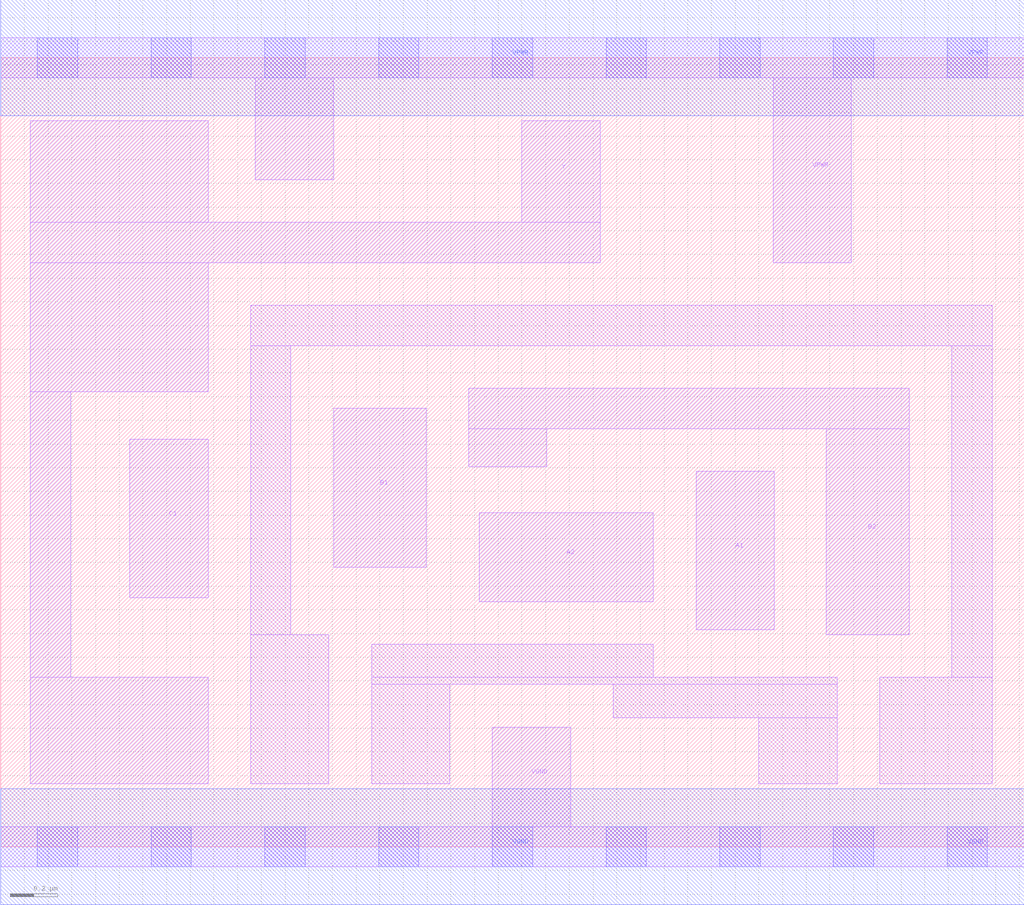
<source format=lef>
# Copyright 2020 The SkyWater PDK Authors
#
# Licensed under the Apache License, Version 2.0 (the "License");
# you may not use this file except in compliance with the License.
# You may obtain a copy of the License at
#
#     https://www.apache.org/licenses/LICENSE-2.0
#
# Unless required by applicable law or agreed to in writing, software
# distributed under the License is distributed on an "AS IS" BASIS,
# WITHOUT WARRANTIES OR CONDITIONS OF ANY KIND, either express or implied.
# See the License for the specific language governing permissions and
# limitations under the License.
#
# SPDX-License-Identifier: Apache-2.0

VERSION 5.7 ;
  NAMESCASESENSITIVE ON ;
  NOWIREEXTENSIONATPIN ON ;
  DIVIDERCHAR "/" ;
  BUSBITCHARS "[]" ;
UNITS
  DATABASE MICRONS 200 ;
END UNITS
MACRO sky130_fd_sc_lp__o221ai_lp
  CLASS CORE ;
  SOURCE USER ;
  FOREIGN sky130_fd_sc_lp__o221ai_lp ;
  ORIGIN  0.000000  0.000000 ;
  SIZE  4.320000 BY  3.330000 ;
  SYMMETRY X Y R90 ;
  SITE unit ;
  PIN A1
    ANTENNAGATEAREA  0.313000 ;
    DIRECTION INPUT ;
    USE SIGNAL ;
    PORT
      LAYER li1 ;
        RECT 2.935000 0.915000 3.265000 1.585000 ;
    END
  END A1
  PIN A2
    ANTENNAGATEAREA  0.313000 ;
    DIRECTION INPUT ;
    USE SIGNAL ;
    PORT
      LAYER li1 ;
        RECT 2.020000 1.035000 2.755000 1.410000 ;
    END
  END A2
  PIN B1
    ANTENNAGATEAREA  0.313000 ;
    DIRECTION INPUT ;
    USE SIGNAL ;
    PORT
      LAYER li1 ;
        RECT 1.405000 1.180000 1.795000 1.850000 ;
    END
  END B1
  PIN B2
    ANTENNAGATEAREA  0.313000 ;
    DIRECTION INPUT ;
    USE SIGNAL ;
    PORT
      LAYER li1 ;
        RECT 1.975000 1.605000 2.305000 1.765000 ;
        RECT 1.975000 1.765000 3.835000 1.935000 ;
        RECT 3.485000 0.895000 3.835000 1.765000 ;
    END
  END B2
  PIN C1
    ANTENNAGATEAREA  0.313000 ;
    DIRECTION INPUT ;
    USE SIGNAL ;
    PORT
      LAYER li1 ;
        RECT 0.545000 1.050000 0.875000 1.720000 ;
    END
  END C1
  PIN Y
    ANTENNADIFFAREA  0.724700 ;
    DIRECTION OUTPUT ;
    USE SIGNAL ;
    PORT
      LAYER li1 ;
        RECT 0.125000 0.265000 0.875000 0.715000 ;
        RECT 0.125000 0.715000 0.295000 1.920000 ;
        RECT 0.125000 1.920000 0.875000 2.465000 ;
        RECT 0.125000 2.465000 2.530000 2.635000 ;
        RECT 0.125000 2.635000 0.875000 3.065000 ;
        RECT 2.200000 2.635000 2.530000 3.065000 ;
    END
  END Y
  PIN VGND
    DIRECTION INOUT ;
    USE GROUND ;
    PORT
      LAYER li1 ;
        RECT 0.000000 -0.085000 4.320000 0.085000 ;
        RECT 2.075000  0.085000 2.405000 0.505000 ;
      LAYER mcon ;
        RECT 0.155000 -0.085000 0.325000 0.085000 ;
        RECT 0.635000 -0.085000 0.805000 0.085000 ;
        RECT 1.115000 -0.085000 1.285000 0.085000 ;
        RECT 1.595000 -0.085000 1.765000 0.085000 ;
        RECT 2.075000 -0.085000 2.245000 0.085000 ;
        RECT 2.555000 -0.085000 2.725000 0.085000 ;
        RECT 3.035000 -0.085000 3.205000 0.085000 ;
        RECT 3.515000 -0.085000 3.685000 0.085000 ;
        RECT 3.995000 -0.085000 4.165000 0.085000 ;
      LAYER met1 ;
        RECT 0.000000 -0.245000 4.320000 0.245000 ;
    END
  END VGND
  PIN VPWR
    DIRECTION INOUT ;
    USE POWER ;
    PORT
      LAYER li1 ;
        RECT 0.000000 3.245000 4.320000 3.415000 ;
        RECT 1.075000 2.815000 1.405000 3.245000 ;
        RECT 3.260000 2.465000 3.590000 3.245000 ;
      LAYER mcon ;
        RECT 0.155000 3.245000 0.325000 3.415000 ;
        RECT 0.635000 3.245000 0.805000 3.415000 ;
        RECT 1.115000 3.245000 1.285000 3.415000 ;
        RECT 1.595000 3.245000 1.765000 3.415000 ;
        RECT 2.075000 3.245000 2.245000 3.415000 ;
        RECT 2.555000 3.245000 2.725000 3.415000 ;
        RECT 3.035000 3.245000 3.205000 3.415000 ;
        RECT 3.515000 3.245000 3.685000 3.415000 ;
        RECT 3.995000 3.245000 4.165000 3.415000 ;
      LAYER met1 ;
        RECT 0.000000 3.085000 4.320000 3.575000 ;
    END
  END VPWR
  OBS
    LAYER li1 ;
      RECT 1.055000 0.265000 1.385000 0.895000 ;
      RECT 1.055000 0.895000 1.225000 2.115000 ;
      RECT 1.055000 2.115000 4.185000 2.285000 ;
      RECT 1.565000 0.265000 1.895000 0.685000 ;
      RECT 1.565000 0.685000 3.530000 0.715000 ;
      RECT 1.565000 0.715000 2.755000 0.855000 ;
      RECT 2.585000 0.545000 3.530000 0.685000 ;
      RECT 3.200000 0.265000 3.530000 0.545000 ;
      RECT 3.710000 0.265000 4.185000 0.715000 ;
      RECT 4.015000 0.715000 4.185000 2.115000 ;
  END
END sky130_fd_sc_lp__o221ai_lp

</source>
